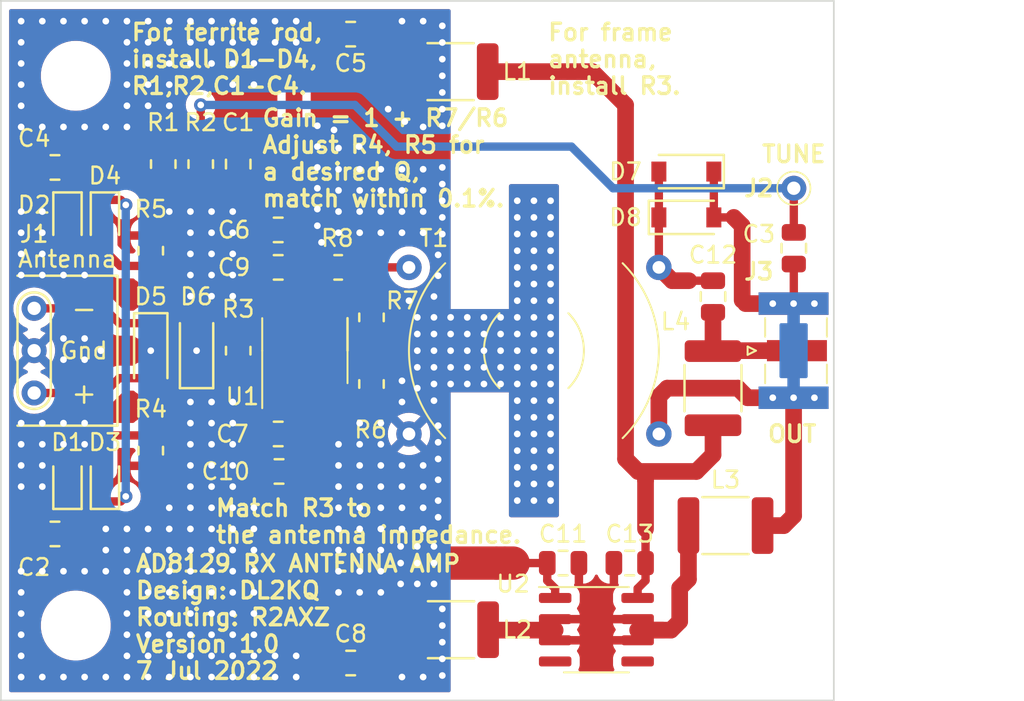
<source format=kicad_pcb>
(kicad_pcb (version 20211014) (generator pcbnew)
  (layers (0 "F.Cu" signal) (31 "B.Cu" signal) (34 "B.Paste" user) (35 "F.Paste" user) (36 "B.SilkS" user "B.Silkscreen") (37 "F.SilkS" user "F.Silkscreen") (38 "B.Mask" user) (39 "F.Mask" user) (44 "Edge.Cuts" user))
  (net 0 "")
  (net 1 "Net-(C1-Pad1)")
  (net 2 "GND")
  (net 3 "TUNE")
  (net 4 "SHLD")
  (net 5 "Net-(C2-Pad1)")
  (net 6 "Net-(C5-Pad2)")
  (net 7 "REGGND")
  (net 8 "Net-(C10-Pad2)")
  (net 9 "Net-(D1-Pad2)")
  (net 10 "Net-(D2-Pad2)")
  (net 11 "Net-(R6-Pad1)")
  (net 12 "Net-(R7-Pad2)")
  (net 13 "Net-(R8-Pad2)")
  (net 16 "Net-(C13-Pad1)")
  (net 17 "Net-(C12-Pad1)")
  (net 18 "Net-(C12-Pad2)")
  (footprint "ad8129-rx-antenna-amp:R_0805_2012Metric" (layer "F.Cu") (at 130 95.75 90)
    (fp_text reference "R5")
    (fp_text value "390k*" hide)
  )
  (footprint "ad8129-rx-antenna-amp:MountingHole_3.2mm_M3" (layer "F.Cu") (at 125.5 85.25)
    (fp_text reference "H1" hide)
    (fp_text value "M3" hide)
  )
  (footprint "ad8129-rx-antenna-amp:C_0805_2012Metric" (layer "F.Cu") (at 168.6 95.6 -90)
    (fp_text reference "C3")
    (fp_text value "100n" hide)
  )
  (footprint "ad8129-rx-antenna-amp:D_SOD-123" (layer "F.Cu") (at 162.15 91 180)
    (fp_text reference "D7")
    (fp_text value "1N4148W" hide)
  )
  (footprint "ad8129-rx-antenna-amp:R_0805_2012Metric" (layer "F.Cu") (at 130.75 90.55 -90)
    (fp_text reference "R1")
    (fp_text value "100k" hide)
  )
  (footprint "ad8129-rx-antenna-amp:C_0805_2012Metric" (layer "F.Cu") (at 154.75 114.5)
    (fp_text reference "C11")
    (fp_text value "100n" hide)
  )
  (footprint "ad8129-rx-antenna-amp:C_0805_2012Metric" (layer "F.Cu") (at 142 120.5 180)
    (fp_text reference "C8")
    (fp_text value "100n")
  )
  (footprint "ad8129-rx-antenna-amp:C_0805_2012Metric" (layer "F.Cu") (at 135.25 90.55 90)
    (fp_text reference "C1")
    (fp_text value "100n" hide)
  )
  (footprint "ad8129-rx-antenna-amp:L_1812_4532Metric_Pad1.30x3.40mm_HandSolder" (layer "F.Cu") (at 148 85)
    (fp_text reference "L1")
    (fp_text value "220uH" hide)
  )
  (footprint "ad8129-rx-antenna-amp:D_SOD-323" (layer "F.Cu") (at 125 109.75 90)
    (fp_text reference "D1")
    (fp_text value "BB640" hide)
  )
  (footprint "ad8129-rx-antenna-amp:D_SOD-323" (layer "F.Cu") (at 125 93.75 -90)
    (fp_text reference "D2")
    (fp_text value "BB640" hide)
  )
  (footprint "ad8129-rx-antenna-amp:TR-FT-50-43-1P-1S-Isolated" (layer "F.Cu") (at 153 101.75)
    (fp_text reference "T1")
    (fp_text value "Transformer_1P_1S" hide)
  )
  (footprint "ad8129-rx-antenna-amp:R_0805_2012Metric" (layer "F.Cu") (at 133 90.55 90)
    (fp_text reference "R2")
    (fp_text value "10k" hide)
  )
  (footprint "ad8129-rx-antenna-amp:C_0805_2012Metric" (layer "F.Cu") (at 137.7 109)
    (fp_text reference "C10")
    (fp_text value "100n" hide)
  )
  (footprint "ad8129-rx-antenna-amp:R_0805_2012Metric" (layer "F.Cu") (at 141.25 96.75)
    (fp_text reference "R8")
    (fp_text value "47" hide)
  )
  (footprint "ad8129-rx-antenna-amp:L_1812_4532Metric_Pad1.30x3.40mm_HandSolder" (layer "F.Cu") (at 163.75 104 90)
    (fp_text reference "L4")
    (fp_text value "220uH" hide)
  )
  (footprint "ad8129-rx-antenna-amp:MountingHole_3.2mm_M3" (layer "F.Cu") (at 125.5 118.25)
    (fp_text reference "H2" hide)
    (fp_text value "M3" hide)
  )
  (footprint "ad8129-rx-antenna-amp:SMA_Samtec_SMA-J-P-X-ST-EM1_EdgeMount" (layer "F.Cu") (at 168.5875 101.75 90)
    (fp_text reference "J3")
    (fp_text value "TRX")
  )
  (footprint "ad8129-rx-antenna-amp:C_0805_2012Metric" (layer "F.Cu") (at 137.65 94.5)
    (fp_text reference "C6")
    (fp_text value "100n" hide)
  )
  (footprint "ad8129-rx-antenna-amp:C_0805_2012Metric" (layer "F.Cu") (at 137.65 106.75 180)
    (fp_text reference "C7")
    (fp_text value "100n" hide)
  )
  (footprint "ad8129-rx-antenna-amp:C_0805_2012Metric" (layer "F.Cu") (at 163.75 98.5 -90)
    (fp_text reference "C12")
    (fp_text value "100n" hide)
  )
  (footprint "ad8129-rx-antenna-amp:D_SOD-123" (layer "F.Cu") (at 132.75 101.75 90)
    (fp_text reference "D6")
    (fp_text value "1N4148W" hide)
  )
  (footprint "ad8129-rx-antenna-amp:MountingHole_3.2mm_M3" (layer "F.Cu") (at 166.5 85.25)
    (fp_text reference "H4" hide)
    (fp_text value "M3" hide)
  )
  (footprint "ad8129-rx-antenna-amp:WirePad_1_0.8_1.5" (layer "F.Cu") (at 168.6 92)
    (fp_text reference "J2")
    (fp_text value "TUNE" hide)
  )
  (footprint "ad8129-rx-antenna-amp:R_0805_2012Metric" (layer "F.Cu") (at 135.25 101.75 90)
    (fp_text reference "R3")
    (fp_text value "620*" hide)
  )
  (footprint "ad8129-rx-antenna-amp:D_SOD-123" (layer "F.Cu") (at 162.15 93.75)
    (fp_text reference "D8")
    (fp_text value "1N4148W" hide)
  )
  (footprint "ad8129-rx-antenna-amp:MountingHole_3.2mm_M3" (layer "F.Cu") (at 166.5 118.25)
    (fp_text reference "H3" hide)
    (fp_text value "M3" hide)
  )
  (footprint "ad8129-rx-antenna-amp:C_0805_2012Metric" (layer "F.Cu") (at 124.25 112.75 180)
    (fp_text reference "C2")
    (fp_text value "100n" hide)
  )
  (footprint "ad8129-rx-antenna-amp:R_0805_2012Metric" (layer "F.Cu") (at 143.25 103.75 -90)
    (fp_text reference "R6")
    (fp_text value "33" hide)
  )
  (footprint "ad8129-rx-antenna-amp:C_0805_2012Metric" (layer "F.Cu") (at 124.25 90.75 180)
    (fp_text reference "C4")
    (fp_text value "100n" hide)
  )
  (footprint "ad8129-rx-antenna-amp:L_1812_4532Metric_Pad1.30x3.40mm_HandSolder" (layer "F.Cu") (at 164.5 112.25)
    (fp_text reference "L3")
    (fp_text value "1mH" hide)
  )
  (footprint "ad8129-rx-antenna-amp:R_0805_2012Metric" (layer "F.Cu") (at 143.25 99.75 -90)
    (fp_text reference "R7")
    (fp_text value "1k" hide)
  )
  (footprint "ad8129-rx-antenna-amp:L_1812_4532Metric_Pad1.30x3.40mm_HandSolder" (layer "F.Cu") (at 148.025 118.5 180)
    (fp_text reference "L2")
    (fp_text value "220uH" hide)
  )
  (footprint "ad8129-rx-antenna-amp:D_SOD-323" (layer "F.Cu") (at 127.25 109.75 90)
    (fp_text reference "D3")
    (fp_text value "BB640" hide)
  )
  (footprint "ad8129-rx-antenna-amp:C_0805_2012Metric" (layer "F.Cu") (at 142 82.75)
    (fp_text reference "C5")
    (fp_text value "100n" hide)
  )
  (footprint "ad8129-rx-antenna-amp:D_SOD-323" (layer "F.Cu") (at 127.25 93.75 -90)
    (fp_text reference "D4")
    (fp_text value "BB640" hide)
  )
  (footprint "ad8129-rx-antenna-amp:C_0805_2012Metric" (layer "F.Cu") (at 158.75 114.5 180)
    (fp_text reference "C13")
    (fp_text value "100n" hide)
  )
  (footprint "ad8129-rx-antenna-amp:WirePad_3_0.8_1.5" (layer "F.Cu") (at 123 101.75 180)
    (fp_text reference "J1")
    (fp_text value "ANT")
  )
  (footprint "ad8129-rx-antenna-amp:D_SOD-123" (layer "F.Cu") (at 130 101.75 -90)
    (fp_text reference "D5")
    (fp_text value "1N4148W" hide)
  )
  (footprint "ad8129-rx-antenna-amp:C_0805_2012Metric" (layer "F.Cu") (at 137.65 96.75 180)
    (fp_text reference "C9")
    (fp_text value "100n" hide)
  )
  (footprint "ad8129-rx-antenna-amp:SOIC-8_3.9x4.9mm_P1.27mm" (layer "F.Cu") (at 139.25 101.75 90)
    (fp_text reference "U1")
    (fp_text value "AD8129" hide)
  )
  (footprint "Package_SO:SOIC-8_3.9x4.9mm_P1.27mm" (layer "F.Cu") (at 156.75 118.5)
    (fp_text reference "U2")
    (fp_text value "L78L06_SO8" hide)
  )
  (footprint "ad8129-rx-antenna-amp:R_0805_2012Metric" (layer "F.Cu") (at 130 107.75 90)
    (fp_text reference "R4")
    (fp_text value "390k*" hide)
  )
  (gr_line (start 122 97.25) (end 128 97.25) (layer "F.SilkS") (width 0.15))
  (gr_line (start 128 106.25) (end 122 106.25) (layer "F.SilkS") (width 0.15))
  (gr_line (start 128 97.25) (end 128 106.25) (layer "F.SilkS") (width 0.15))
  (gr_line (start 171 80.75) (end 171 122.75) (layer "Edge.Cuts") (width 0.1))
  (gr_line (start 121 122.75) (end 121 80.75) (layer "Edge.Cuts") (width 0.1))
  (gr_line (start 171 122.75) (end 121 122.75) (layer "Edge.Cuts") (width 0.1))
  (gr_line (start 121 80.75) (end 171 80.75) (layer "Edge.Cuts") (width 0.1))
  (gr_text "For frame\nantenna,\ninstall R3.\n" (at 153.75 84.25) (layer "F.SilkS") (effects (font (size 1 1) (thickness 0.2)) (justify left)))
  (gr_text "TUNE" (at 168.6 89.95) (layer "F.SilkS") (effects (font (size 1 1) (thickness 0.2))))
  (gr_text "For ferrite rod,\ninstall D1-D4,\nR1,R2,C1-С4.\n" (at 128.75 84.25) (layer "F.SilkS") (effects (font (size 1 1) (thickness 0.2)) (justify left)))
  (gr_text "Antenna" (at 125 96.25) (layer "F.SilkS") (effects (font (size 1 1))))
  (gr_text "Gain = 1 + R7/R6\nAdjust R4, R5 for\na desired Q,\nmatch within 0.1%." (at 136.6 90.2) (layer "F.SilkS") (effects (font (size 1 1) (thickness 0.2)) (justify left)))
  (gr_text "Match R3 to \nthe antenna impedance." (at 133.8 112) (layer "F.SilkS") (effects (font (size 1 1) (thickness 0.2)) (justify left)))
  (gr_text "+" (at 126 104.29) (layer "F.SilkS") (effects (font (size 1.27 1.27))))
  (gr_text "Gnd" (at 126 101.75) (layer "F.SilkS") (effects (font (size 1 1))))
  (gr_text "OUT" (at 168.5 106.75) (layer "F.SilkS") (effects (font (size 1 1) (thickness 0.2))))
  (gr_text "AD8129 RX ANTENNA AMP\nDesign: DL2KQ\nRouting: R2AXZ\nVersion 1.0\n7 Jul 2022" (at 129 117.75) (layer "F.SilkS") (effects (font (size 1 1) (thickness 0.2)) (justify left)))
  (gr_text "-" (at 126 99.21) (layer "F.SilkS") (effects (font (size 1.27 1.27))))
  (segment (start 130.75 91.4625) (end 133 91.4625) (width 0.5) (layer "F.Cu") (net 1))
  (segment (start 135.2125 91.4625) (end 135.25 91.5) (width 0.5) (layer "F.Cu") (net 1))
  (segment (start 133 91.4625) (end 135.2125 91.4625) (width 0.5) (layer "F.Cu") (net 1))
  (segment (start 142.1625 104.6625) (end 141.725 104.225) (width 0.5) (layer "F.Cu") (net 2))
  (segment (start 136.7 94.5) (end 136.7 96.75) (width 0.5) (layer "F.Cu") (net 2))
  (segment (start 136.7 108.95) (end 136.75 109) (width 0.5) (layer "F.Cu") (net 2))
  (segment (start 136.7 106.75) (end 136.7 108.95) (width 0.5) (layer "F.Cu") (net 2))
  (segment (start 141.725 104.225) (end 141.155 104.225) (width 0.5) (layer "F.Cu") (net 2))
  (segment (start 150.75 114.5) (end 151.25 114.5) (width 2) (layer "F.Cu") (net 2))
  (segment (start 153.8 114.5) (end 151.75 114.5) (width 0.5) (layer "F.Cu") (net 2))
  (segment (start 146.75 114.5) (end 150.75 114.5) (width 2) (layer "F.Cu") (net 2))
  (segment (start 153.8 115.55) (end 154.275 116.025) (width 0.5) (layer "F.Cu") (net 2))
  (segment (start 151.25 114.5) (end 151.75 114.5) (width 2) (layer "F.Cu") (net 2))
  (segment (start 154.275 116.025) (end 154.275 116.595) (width 0.5) (layer "F.Cu") (net 2))
  (segment (start 153.8 114.5) (end 153.8 115.55) (width 0.5) (layer "F.Cu") (net 2))
  (segment (start 143.25 104.6625) (end 142.1625 104.6625) (width 0.5) (layer "F.Cu") (net 2))
  (via blind (at 134.92 95.94) (size 0.8) (drill 0.4) (layers "F.Cu" "B.Cu") (net 2))
  (via blind (at 128.57 120.07) (size 0.8) (drill 0.4) (layers "F.Cu" "B.Cu") (net 2))
  (via blind (at 153 108.75) (size 0.8) (drill 0.4) (layers "F.Cu" "B.Cu") (net 2))
  (via blind (at 123.49 121.34) (size 0.8) (drill 0.4) (layers "F.Cu" "B.Cu") (net 2))
  (via blind (at 141.27 107.37) (size 0.8) (drill 0.4) (layers "F.Cu" "B.Cu") (net 2))
  (via blind (at 131.11 81.97) (size 0.8) (drill 0.4) (layers "F.Cu" "B.Cu") (net 2))
  (via blind (at 147.25 97.25) (size 0.8) (drill 0.4) (layers "F.Cu" "B.Cu") (net 2))
  (via blind (at 126.03 102.29) (size 0.8) (drill 0.4) (layers "F.Cu" "B.Cu") (net 2))
  (via blind (at 150 99.75) (size 0.8) (drill 0.4) (layers "F.Cu" "B.Cu") (net 2))
  (via blind (at 137.46 83.24) (size 0.8) (drill 0.4) (layers "F.Cu" "B.Cu") (net 2))
  (via blind (at 122.22 107.37) (size 0.8) (drill 0.4) (layers "F.Cu" "B.Cu") (net 2))
  (via blind (at 129.84 118.8) (size 0.8) (drill 0.4) (layers "F.Cu" "B.Cu") (net 2))
  (via blind (at 127.3 114.99) (size 0.8) (drill 0.4) (layers "F.Cu" "B.Cu") (net 2))
  (via blind (at 122.22 93.4) (size 0.8) (drill 0.4) (layers "F.Cu" "B.Cu") (net 2))
  (via blind (at 143.81 107.37) (size 0.8) (drill 0.4) (layers "F.Cu" "B.Cu") (net 2))
  (via blind (at 142.54 114.99) (size 0.8) (drill 0.4) (layers "F.Cu" "B.Cu") (net 2))
  (via blind (at 132.38 120.07) (size 0.8) (drill 0.4) (layers "F.Cu" "B.Cu") (net 2))
  (via blind (at 132.38 84.51) (size 0.8) (drill 0.4) (layers "F.Cu" "B.Cu") (net 2))
  (via blind (at 132.38 107.37) (size 0.8) (drill 0.4) (layers "F.Cu" "B.Cu") (net 2))
  (via blind (at 134.92 97.21) (size 0.8) (drill 0.4) (layers "F.Cu" "B.Cu") (net 2))
  (via blind (at 153 107.75) (size 0.8) (drill 0.4) (layers "F.Cu" "B.Cu") (net 2))
  (via blind (at 123.49 108.64) (size 0.8) (drill 0.4) (layers "F.Cu" "B.Cu") (net 2))
  (via blind (at 122.22 118.8) (size 0.8) (drill 0.4) (layers "F.Cu" "B.Cu") (net 2))
  (via blind (at 128.57 112.45) (size 0.8) (drill 0.4) (layers "F.Cu" "B.Cu") (net 2))
  (via blind (at 148 103.75) (size 0.8) (drill 0.4) (layers "F.Cu" "B.Cu") (net 2))
  (via blind (at 131.11 87.05) (size 0.8) (drill 0.4) (layers "F.Cu" "B.Cu") (net 2))
  (via blind (at 132.38 106.1) (size 0.8) (drill 0.4) (layers "F.Cu" "B.Cu") (net 2))
  (via blind (at 153 104.75) (size 0.8) (drill 0.4) (layers "F.Cu" "B.Cu") (net 2))
  (via blind (at 146 104) (size 0.8) (drill 0.4) (layers "F.Cu" "B.Cu") (net 2))
  (via blind (at 132.38 98.48) (size 0.8) (drill 0.4) (layers "F.Cu" "B.Cu") (net 2))
  (via blind (at 149 103.75) (size 0.8) (drill 0.4) (layers "F.Cu" "B.Cu") (net 2))
  (via blind (at 132.38 93.4) (size 0.8) (drill 0.4) (layers "F.Cu" "B.Cu") (net 2))
  (via blind (at 147.25 107.25) (size 0.8) (drill 0.4) (layers "F.Cu" "B.Cu") (net 2))
  (via blind (at 136.19 120.07) (size 0.8) (drill 0.4) (layers "F.Cu" "B.Cu") (net 2))
  (via blind (at 124.76 107.37) (size 0.8) (drill 0.4) (layers "F.Cu" "B.Cu") (net 2))
  (via blind (at 133.65 95.94) (size 0.8) (drill 0.4) (layers "F.Cu" "B.Cu") (net 2))
  (via blind (at 133.65 111.18) (size 0.8) (drill 0.4) (layers "F.Cu" "B.Cu") (net 2))
  (via blind (at 141.27 92.13) (size 0.8) (drill 0.4) (layers "F.Cu" "B.Cu") (net 2))
  (via blind (at 141.27 111.18) (size 0.8) (drill 0.4) (layers "F.Cu" "B.Cu") (net 2))
  (via blind (at 147 101.75) (size 0.8) (drill 0.4) (layers "F.Cu" "B.Cu") (net 2))
  (via blind (at 153 98.75) (size 0.8) (drill 0.4) (layers "F.Cu" "B.Cu") (net 2))
  (via blind (at 153 94.75) (size 0.8) (drill 0.4) (layers "F.Cu" "B.Cu") (net 2))
  (via blind (at 124.76 101.02) (size 0.8) (drill 0.4) (layers "F.Cu" "B.Cu") (net 2))
  (via blind (at 131.11 93.4) (size 0.8) (drill 0.4) (layers "F.Cu" "B.Cu") (net 2))
  (via blind (at 122.22 116.26) (size 0.8) (drill 0.4) (layers "F.Cu" "B.Cu") (net 2))
  (via blind (at 145.08 92.13) (size 0.8) (drill 0.4) (layers "F.Cu" "B.Cu") (net 2))
  (via blind (at 152 101.75) (size 0.8) (drill 0.4) (layers "F.Cu" "B.Cu") (net 2))
  (via blind (at 133.65 94.67) (size 0.8) (drill 0.4) (layers "F.Cu" "B.Cu") (net 2))
  (via blind (at 131.11 121.34) (size 0.8) (drill 0.4) (layers "F.Cu" "B.Cu") (net 2))
  (via blind (at 147.5 121.25) (size 0.8) (drill 0.4) (layers "F.Cu" "B.Cu") (net 2))
  (via blind (at 141.27 116.26) (size 0.8) (drill 0.4) (layers "F.Cu" "B.Cu") (net 2))
  (via blind (at 152 95.75) (size 0.8) (drill 0.4) (layers "F.Cu" "B.Cu") (net 2))
  (via blind (at 148 101.75) (size 0.8) (drill 0.4) (layers "F.Cu" "B.Cu") (net 2))
  (via blind (at 123.49 81.97) (size 0.8) (drill 0.4) (layers "F.Cu" "B.Cu") (net 2))
  (via blind (at 150 103.75) (size 0.8) (drill 0.4) (layers "F.Cu" "B.Cu") (net 2))
  (via blind (at 122.22 108.64) (size 0.8) (drill 0.4) (layers "F.Cu" "B.Cu") (net 2))
  (via blind (at 143.81 116.26) (size 0.8) (drill 0.4) (layers "F.Cu" "B.Cu") (net 2))
  (via blind (at 147 115.75) (size 0.8) (drill 0.4) (layers "F.Cu" "B.Cu") (net 2))
  (via blind (at 128.57 87.05) (size 0.8) (drill 0.4) (layers "F.Cu" "B.Cu") (net 2))
  (via blind (at 136.19 111.18) (size 0.8) (drill 0.4) (layers "F.Cu" "B.Cu") (net 2))
  (via blind (at 134.92 121.34) (size 0.8) (drill 0.4) (layers "F.Cu" "B.Cu") (net 2))
  (via blind (at 147.5 94.75) (size 0.8) (drill 0.4) (layers "F.Cu" "B.Cu") (net 2))
  (via blind (at 150 101.75) (size 0.8) (drill 0.4) (layers "F.Cu" "B.Cu") (net 2))
  (via blind (at 141.27 90.86) (size 0.8) (drill 0.4) (layers "F.Cu" "B.Cu") (net 2))
  (via blind (at 126.03 101.02) (size 0.8) (drill 0.4) (layers "F.Cu" "B.Cu") (net 2))
  (via blind (at 147.5 93.75) (size 0.8) (drill 0.4) (layers "F.Cu" "B.Cu") (net 2))
  (via blind (at 146.35 81.97) (size 0.8) (drill 0.4) (layers "F.Cu" "B.Cu") (net 2))
  (via blind (at 128.57 114.99) (size 0.8) (drill 0.4) (layers "F.Cu" "B.Cu") (net 2))
  (via blind (at 138.73 83.24) (size 0.8) (drill 0.4) (layers "F.Cu" "B.Cu") (net 2))
  (via blind (at 136.19 112.45) (size 0.8) (drill 0.4) (layers "F.Cu" "B.Cu") (net 2))
  (via blind (at 151 102.75) (size 0.8) (drill 0.4) (layers "F.Cu" "B.Cu") (net 2))
  (via blind (at 153 101.75) (size 0.8) (drill 0.4) (layers "F.Cu" "B.Cu") (net 2))
  (via blind (at 126.03 88.32) (size 0.8) (drill 0.4) (layers "F.Cu" "B.Cu") (net 2))
  (via blind (at 152 96.75) (size 0.8) (drill 0.4) (layers "F.Cu" "B.Cu") (net 2))
  (via blind (at 131.11 117.53) (size 0.8) (drill 0.4) (layers "F.Cu" "B.Cu") (net 2))
  (via blind (at 126.03 97.21) (size 0.8) (drill 0.4) (layers "F.Cu" "B.Cu") (net 2))
  (via blind (at 134.92 117.53) (size 0.8) (drill 0.4) (layers "F.Cu" "B.Cu") (net 2))
  (via blind (at 140 92) (size 0.8) (drill 0.4) (layers "F.Cu" "B.Cu") (net 2))
  (via blind (at 132.38 95.94) (size 0.8) (drill 0.4) (layers "F.Cu" "B.Cu") (net 2))
  (via blind (at 129.84 84.51) (size 0.8) (drill 0.4) (layers "F.Cu" "B.Cu") (net 2))
  (via blind (at 122.22 84.51) (size 0.8) (drill 0.4) (layers "F.Cu" "B.Cu") (net 2))
  (via blind (at 136.19 85.78) (size 0.8) (drill 0.4) (layers "F.Cu" "B.Cu") (net 2))
  (via blind (at 128.57 88.32) (size 0.8) (drill 0.4) (layers "F.Cu" "B.Cu") (net 2))
  (via blind (at 132.38 111.18) (size 0.8) (drill 0.4) (layers "F.Cu" "B.Cu") (net 2))
  (via blind (at 132.38 97.21) (size 0.8) (drill 0.4) (layers "F.Cu" "B.Cu") (net 2))
  (via blind (at 132.38 117.53) (size 0.8) (drill 0.4) (layers "F.Cu" "B.Cu") (net 2))
  (via blind (at 124.76 97.21) (size 0.8) (drill 0.4) (layers "F.Cu" "B.Cu") (net 2))
  (via blind (at 141.27 114.99) (size 0.8) (drill 0.4) (layers "F.Cu" "B.Cu") (net 2))
  (via blind (at 136.19 83.24) (size 0.8) (drill 0.4) (layers "F.Cu" "B.Cu") (net 2))
  (via blind (at 152 108.75) (size 0.8) (drill 0.4) (layers "F.Cu" "B.Cu") (net 2))
  (via blind (at 143.81 111.18) (size 0.8) (drill 0.4) (layers "F.Cu" "B.Cu") (net 2))
  (via blind (at 142.54 94.67) (size 0.8) (drill 0.4) (layers "F.Cu" "B.Cu") (net 2))
  (via blind (at 151 100.75) (size 0.8) (drill 0.4) (layers "F.Cu" "B.Cu") (net 2))
  (via blind (at 154 104.75) (size 0.8) (drill 0.4) (layers "F.Cu" "B.Cu") (net 2))
  (via blind (at 147.25 108.25) (size 0.8) (drill 0.4) (layers "F.Cu" "B.Cu") (net 2))
  (via blind (at 126.03 106.1) (size 0.8) (drill 0.4) (layers "F.Cu" "B.Cu") (net 2))
  (via blind (at 138.73 120.07) (size 0.8) (drill 0.4) (layers "F.Cu" "B.Cu") (net 2))
  (via blind (at 133.65 112.45) (size 0.8) (drill 0.4) (layers "F.Cu" "B.Cu") (net 2))
  (via blind (at 133.65 98.48) (size 0.8) (drill 0.4) (layers "F.Cu" "B.Cu") (net 2))
  (via blind (at 147.5 120.25) (size 0.8) (drill 0.4) (layers "F.Cu" "B.Cu") (net 2))
  (via blind (at 152 107.75) (size 0.8) (drill 0.4) (layers "F.Cu" "B.Cu") (net 2))
  (via blind (at 133.65 84.51) (size 0.8) (drill 0.4) (layers "F.Cu" "B.Cu") (net 2))
  (via blind (at 136.19 81.97) (size 0.8) (drill 0.4) (layers "F.Cu" "B.Cu") (net 2))
  (via blind (at 133.65 109.91) (size 0.8) (drill 0.4) (layers "F.Cu" "B.Cu") (net 2))
  (via blind (at 152 106.75) (size 0.8) (drill 0.4) (layers "F.Cu" "B.Cu") (net 2))
  (via blind (at 142.54 106.1) (size 0.8) (drill 0.4) (layers "F.Cu" "B.Cu") (net 2))
  (via blind (at 134.92 118.8) (size 0.8) (drill 0.4) (layers "F.Cu" "B.Cu") (net 2))
  (via blind (at 154 94.75) (size 0.8) (drill 0.4) (layers "F.Cu" "B.Cu") (net 2))
  (via blind (at 132.38 114.99) (size 0.8) (drill 0.4) (layers "F.Cu" "B.Cu") (net 2))
  (via blind (at 134.92 94.67) (size 0.8) (drill 0.4) (layers "F.Cu" "B.Cu") (net 2))
  (via blind (at 124.76 81.97) (size 0.8) (drill 0.4) (layers "F.Cu" "B.Cu") (net 2))
  (via blind (at 145.08 109.91) (size 0.8) (drill 0.4) (layers "F.Cu" "B.Cu") (net 2))
  (via blind (at 122.22 87.05) (size 0.8) (drill 0.4) (layers "F.Cu" "B.Cu") (net 2))
  (via blind (at 146.35 109.91) (size 0.8) (drill 0.4) (layers "F.Cu" "B.Cu") (net 2))
  (via blind (at 146.35 112.45) (size 0.8) (drill 0.4) (layers "F.Cu" "B.Cu") (net 2))
  (via blind (at 154 92.75) (size 0.8) (drill 0.4) (layers "F.Cu" "B.Cu") (net 2))
  (via blind (at 133.65 83.24) (size 0.8) (drill 0.4) (layers "F.Cu" "B.Cu") (net 2))
  (via blind (at 147.5 84.25) (size 0.8) (drill 0.4) (layers "F.Cu" "B.Cu") (net 2))
  (via blind (at 148 99.75) (size 0.8) (drill 0.4) (layers "F.Cu" "B.Cu") (net 2))
  (via blind (at 134.92 112.45) (size 0.8) (drill 0.4) (layers "F.Cu" "B.Cu") (net 2))
  (via blind (at 128.57 118.8) (size 0.8) (drill 0.4) (layers "F.Cu" "B.Cu") (net 2))
  (via blind (at 147 103.75) (size 0.8) (drill 0.4) (layers "F.Cu" "B.Cu") (net 2))
  (via blind (at 147 100.75) (size 0.8) (drill 0.4) (layers "F.Cu" "B.Cu") (net 2))
  (via blind (at 145 115.75) (size 0.8) (drill 0.4) (layers "F.Cu" "B.Cu") (net 2))
  (via blind (at 146.35 90.86) (size 0.8) (drill 0.4) (layers "F.Cu" "B.Cu") (net 2))
  (via blind (at 143.81 93.4) (size 0.8) (drill 0.4) (layers "F.Cu" "B.Cu") (net 2))
  (via blind (at 145 114.5) (size 0.8) (drill 0.4) (layers "F.Cu" "B.Cu") (net 2))
  (via blind (at 143.81 114.99) (size 0.8) (drill 0.4) (layers "F.Cu" "B.Cu") (net 2))
  (via blind (at 129.84 83.24) (size 0.8) (drill 0.4) (layers "F.Cu" "B.Cu") (net 2))
  (via blind (at 143.81 112.45) (size 0.8) (drill 0.4) (layers "F.Cu" "B.Cu") (net 2))
  (via blind (at 136.19 113.72) (size 0.8) (drill 0.4) (layers "F.Cu" "B.Cu") (net 2))
  (via blind (at 129.84 87.05) (size 0.8) (drill 0.4) (layers "F.Cu" "B.Cu") (net 2))
  (via blind (at 133.65 121.34) (size 0.8) (drill 0.4) (layers "F.Cu" "B.Cu") (net 2))
  (via blind (at 145.08 90.86) (size 0.8) (drill 0.4) (layers "F.Cu" "B.Cu") (net 2))
  (via blind (at 146.35 93.4) (size 0.8) (drill 0.4) (layers "F.Cu" "B.Cu") (net 2))
  (via blind (at 154 105.75) (size 0.8) (drill 0.4) (layers "F.Cu" "B.Cu") (net 2))
  (via blind (at 153 110.75) (size 0.8) (drill 0.4) (layers "F.Cu" "B.Cu") (net 2))
  (via blind (at 133.65 108.64) (size 0.8) (drill 0.4) (layers "F.Cu" "B.Cu") (net 2))
  (via blind (at 146 102.75) (size 0.8) (drill 0.4) (layers "F.Cu" "B.Cu") (net 2))
  (via blind (at 141.27 108.64) (size 0.8) (drill 0.4) (layers "F.Cu" "B.Cu") (net 2))
  (via blind (at 142.54 113.72) (size 0.8) (drill 0.4) (layers "F.Cu" "B.Cu") (net 2))
  (via blind (at 129.84 121.34) (size 0.8) (drill 0.4) (layers "F.Cu" "B.Cu") (net 2))
  (via blind (at 136.19 117.53) (size 0.8) (drill 0.4) (layers "F.Cu" "B.Cu") (net 2))
  (via blind (at 145.25 88) (size 0.8) (drill 0.4) (layers "F.Cu" "B.Cu") (net 2))
  (via blind (at 127.3 121.34) (size 0.8) (drill 0.4) (layers "F.Cu" "B.Cu") (net 2))
  (via blind (at 153 100.75) (size 0.8) (drill 0.4) (layers "F.Cu" "B.Cu") (net 2))
  (via blind (at 147 113.5) (size 0.8) (drill 0.4) (layers "F.Cu" "B.Cu") (net 2))
  (via blind (at 134.92 107.37) (size 0.8) (drill 0.4) (layers "F.Cu" "B.Cu") (net 2))
  (via blind (at 129.84 120.07) (size 0.8) (drill 0.4) (layers "F.Cu" "B.Cu") (net 2))
  (via blind (at 133.65 117.53) (size 0.8) (drill 0.4) (layers "F.Cu" "B.Cu") (net 2))
  (via blind (at 127.3 88.32) (size 0.8) (drill 0.4) (layers "F.Cu" "B.Cu") (net 2))
  (via blind (at 147.5 86.25) (size 0.8) (drill 0.4) (layers "F.Cu" "B.Cu") (net 2))
  (via blind (at 143.81 94.67) (size 0.8) (drill 0.4) (layers "F.Cu" "B.Cu") (net 2))
  (via blind (at 131.11 112.45) (size 0.8) (drill 0.4) (layers "F.Cu" "B.Cu") (net 2))
  (via blind (at 142.54 116.26) (size 0.8) (drill 0.4) (layers "F.Cu" "B.Cu") (net 2))
  (via blind (at 128.57 117.53) (size 0.8) (drill 0.4) (layers "F.Cu" "B.Cu") (net 2))
  (via blind (at 140 93.25) (size 0.8) (drill 0.4) (layers "F.Cu" "B.Cu") (net 2))
  (via blind (at 154 109.75) (size 0.8) (drill 0.4) (layers "F.Cu" "B.Cu") (net 2))
  (via blind (at 131.11 113.72) (size 0.8) (drill 0.4) (layers "F.Cu" "B.Cu") (net 2))
  (via blind (at 147.5 118.25) (size 0.8) (drill 0.4) (layers "F.Cu" "B.Cu") (net 2))
  (via blind (at 147.5 119.25) (size 0.8) (drill 0.4) (layers "F.Cu" "B.Cu") (net 2))
  (via blind (at 126.03 114.99) (size 0.8) (drill 0.4) (layers "F.Cu" "B.Cu") (net 2))
  (via blind (at 154 99.75) (size 0.8) (drill 0.4) (layers "F.Cu" "B.Cu") (net 2))
  (via blind (at 142.54 90.86) (size 0.8) (drill 0.4) (layers "F.Cu" "B.Cu") (net 2))
  (via blind (at 147.5 92.75) (size 0.8) (drill 0.4) (layers "F.Cu" "B.Cu") (net 2))
  (via blind (at 133.65 93.4) (size 0.8) (drill 0.4) (layers "F.Cu" "B.Cu") (net 2))
  (via blind (at 122.22 81.97) (size 0.8) (drill 0.4) (layers "F.Cu" "B.Cu") (net 2))
  (via blind (at 150 100.75) (size 0.8) (drill 0.4) (layers "F.Cu" "B.Cu") (net 2))
  (via blind (at 122.22 97.21) (size 0.8) (drill 0.4) (layers "F.Cu" "B.Cu") (net 2))
  (via blind (at 149 101.75) (size 0.8) (drill 0.4) (layers "F.Cu" "B.Cu") (net 2))
  (via blind (at 140 90.75) (size 0.8) (drill 0.4) (layers "F.Cu" "B.Cu") (net 2))
  (via blind (at 136.19 114.99) (size 0.8) (drill 0.4) (layers "F.Cu" "B.Cu") (net 2))
  (via blind (at 123.49 95.94) (size 0.8) (drill 0.4) (layers "F.Cu" "B.Cu") (net 2))
  (via blind (at 142.54 112.45) (size 0.8) (drill 0.4) (layers "F.Cu" "B.Cu") (net 2))
  (via blind (at 153 106.75) (size 0.8) (drill 0.4) (layers "F.Cu" "B.Cu") (net 2))
  (via blind (at 133.65 116.26) (size 0.8) (drill 0.4) (layers "F.Cu" "B.Cu") (net 2))
  (via blind (at 122.22 109.91) (size 0.8) (drill 0.4) (layers "F.Cu" "B.Cu") (net 2))
  (via blind (at 131.11 114.99) (size 0.8) (drill 0.4) (layers "F.Cu" "B.Cu") (net 2))
  (via blind (at 122.22 121.34) (size 0.8) (drill 0.4) (layers "F.Cu" "B.Cu") (net 2))
  (via blind (at 134.92 120.07) (size 0.8) (drill 0.4) (layers "F.Cu" "B.Cu") (net 2))
  (via blind (at 126.03 81.97) (size 0.8) (drill 0.4) (layers "F.Cu" "B.Cu") (net 2))
  (via blind (at 146 101.75) (size 0.8) (drill 0.4) (layers "F.Cu" "B.Cu") (net 2))
  (via blind (at 146.35 121.34) (size 0.8) (drill 0.4) (layers "F.Cu" "B.Cu") (net 2))
  (via blind (at 136.19 116.26) (size 0.8) (drill 0.4) (layers "F.Cu" "B.Cu") (net 2))
  (via blind (at 122.22 83.24) (size 0.8) (drill 0.4) (layers "F.Cu" "B.Cu") (net 2))
  (via blind (at 134.92 85.78) (size 0.8) (drill 0.4) (layers "F.Cu" "B.Cu") (net 2))
  (via blind (at 147 104.75) (size 0.8) (drill 0.4) (layers "F.Cu" "B.Cu") (net 2))
  (via blind (at 154 102.75) (size 0.8) (drill 0.4) (layers "F.Cu" "B.Cu") (net 2))
  (via blind (at 136.19 84.51) (size 0.8) (drill 0.4) (layers "F.Cu" "B.Cu") (net 2))
  (via blind (at 132.38 108.64) (size 0.8) (drill 0.4) (layers "F.Cu" "B.Cu") (net 2))
  (via blind (at 131.11 85.78) (size 0.8) (drill 0.4) (layers "F.Cu" "B.Cu") (net 2))
  (via blind (at 154 108.75) (size 0.8) (drill 0.4) (layers "F.Cu" "B.Cu") (net 2))
  (via blind (at 141.27 113.72) (size 0.8) (drill 0.4) (layers "F.Cu" "B.Cu") (net 2))
  (via blind (at 128.57 81.97) (size 0.8) (drill 0.4) (layers "F.Cu" "B.Cu") (net 2))
  (via blind (at 122.22 117.53) (size 0.8) (drill 0.4) (layers "F.Cu" "B.Cu") (net 2))
  (via blind (at 145.08 93.4) (size 0.8) (drill 0.4) (layers "F.Cu" "B.Cu") (net 2))
  (via blind (at 146.35 108.64) (size 0.8) (drill 0.4) (layers "F.Cu" "B.Cu") (net 2))
  (via blind (at 147 102.75) (size 0.8) (drill 0.4) (layers "F.Cu" "B.Cu") (net 2))
  (via blind (at 147.25 111.75) (size 0.8) (drill 0.4) (layers "F.Cu" "B.Cu") (net 2))
  (via blind (at 141.27 109.91) (size 0.8) (drill 0.4) (layers "F.Cu" "B.Cu") (net 2))
  (via blind (at 138.73 121.34) (size 0.8) (drill 0.4) (layers "F.Cu" "B.Cu") (net 2))
  (via blind (at 124.76 88.32) (size 0.8) (drill 0.4) (layers "F.Cu" "B.Cu") (net 2))
  (via blind (at 133.65 81.97) (size 0.8) (drill 0.4) (layers "F.Cu" "B.Cu") (net 2))
  (via blind (at 142.54 109.91) (size 0.8) (drill 0.4) (layers "F.Cu" "B.Cu") (net 2))
  (via blind (at 153 96.75) (size 0.8) (drill 0.4) (layers "F.Cu" "B.Cu") (net 2))
  (via blind (at 143.81 92.13) (size 0.8) (drill 0.4) (layers "F.Cu" "B.Cu") (net 2))
  (via blind (at 129.84 113.72) (size 0.8) (drill 0.4) (layers "F.Cu" "B.Cu") (net 2))
  (via blind (at 153 92.75) (size 0.8) (drill 0.4) (layers "F.Cu" "B.Cu") (net 2))
  (via blind (at 154 107.75) (size 0.8) (drill 0.4) (layers "F.Cu" "B.Cu") (net 2))
  (via blind (at 129.84 114.99) (size 0.8) (drill 0.4) (layers "F.Cu" "B.Cu") (net 2))
  (via blind (at 132.38 112.45) (size 0.8) (drill 0.4) (layers "F.Cu" "B.Cu") (net 2))
  (via blind (at 151 99.75) (size 0.8) (drill 0.4) (layers "F.Cu" "B.Cu") (net 2))
  (via blind (at 134.92 108.64) (size 0.8) (drill 0.4) (layers "F.Cu" "B.Cu") (net 2))
  (via blind (at 147.5 117.25) (size 0.8) (drill 0.4) (layers "F.Cu" "B.Cu") (net 2))
  (via blind (at 144.25 87.25) (size 0.8) (drill 0.4) (layers "F.Cu" "B.Cu") (net 2))
  (via blind (at 147 114.5) (size 0.8) (drill 0.4) (layers "F.Cu" "B.Cu") (net 2))
  (via blind (at 128.57 85.78) (size 0.8) (drill 0.4) (layers "F.Cu" "B.Cu") (net 2))
  (via blind (at 147 99.75) (size 0.8) (drill 0.4) (layers "F.Cu" "B.Cu") (net 2))
  (via blind (at 133.65 97.21) (size 0.8) (drill 0.4) (layers "F.Cu" "B.Cu") (net 2))
  (via blind (at 154 100.75) (size 0.8) (drill 0.4) (layers "F.Cu" "B.Cu") (net 2))
  (via blind (at 132.38 116.26) (size 0.8) (drill 0.4) (layers "F.Cu" "B.Cu") (net 2))
  (via blind (at 130 101.75) (size 0.8) (drill 0.4) (layers "F.Cu" "B.Cu") (net 2))
  (via blind (at 133.65 113.72) (size 0.8) (drill 0.4) (layers "F.Cu" "B.Cu") (net 2))
  (via blind (at 152 102.75) (size 0.8) (drill 0.4) (layers "F.Cu" "B.Cu") (net 2))
  (via blind (at 131.11 111.18) (size 0.8) (drill 0.4) (layers "F.Cu" "B.Cu") (net 2))
  (via blind (at 132.75 101.75) (size 0.8) (drill 0.4) (layers "F.Cu" "B.Cu") (net 2))
  (via blind (at 154 101.75) (size 0.8) (drill 0.4) (layers "F.Cu" "B.Cu") (net 2))
  (via blind (at 134.92 106.1) (size 0.8) (drill 0.4) (layers "F.Cu" "B.Cu") (net 2))
  (via blind (at 134.92 83.24) (size 0.8) (drill 0.4) (layers "F.Cu" "B.Cu") (net 2))
  (via blind (at 151 101.75) (size 0.8) (drill 0.4) (layers "F.Cu" "B.Cu") (net 2))
  (via blind (at 122.22 114.99) (size 0.8) (drill 0.4) (layers "F.Cu" "B.Cu") (net 2))
  (via blind (at 147.5 88.25) (size 0.8) (drill 0.4) (layers "F.Cu" "B.Cu") (net 2))
  (via blind (at 152 97.75) (size 0.8) (drill 0.4) (layers "F.Cu" "B.Cu") (net 2))
  (via blind (at 153 97.75) (size 0.8) (drill 0.4) (layers "F.Cu" "B.Cu") (net 2))
  (via blind (at 153 95.75) (size 0.8) (drill 0.4) (layers "F.Cu" "B.Cu") (net 2))
  (via blind (at 128.57 121.34) (size 0.8) (drill 0.4) (layers "F.Cu" "B.Cu") (net 2))
  (via blind (at 147.5 82.25) (size 0.8) (drill 0.4) (layers "F.Cu" "B.Cu") (net 2))
  (via blind (at 142.54 92.13) (size 0.8) (drill 0.4) (layers "F.Cu" "B.Cu") (net 2))
  (via blind (at 134.92 93.4) (size 0.8) (drill 0.4) (layers "F.Cu" "B.Cu") (net 2))
  (via blind (at 147.5 91.75) (size 0.8) (drill 0.4) (layers "F.Cu" "B.Cu") (net 2))
  (via blind (at 152 104.75) (size 0.8) (drill 0.4) (layers "F.Cu" "B.Cu") (net 2))
  (via blind (at 147.25 110.75) (size 0.8) (drill 0.4) (layers "F.Cu" "B.Cu") (net 2))
  (via blind (at 133.65 106.1) (size 0.8) (drill 0.4) (layers "F.Cu" "B.Cu") (net 2))
  (via blind (at 146.35 111.18) (size 0.8) (drill 0.4) (layers "F.Cu" "B.Cu") (net 2))
  (via blind (at 124.76 106.1) (size 0.8) (drill 0.4) (layers "F.Cu" "B.Cu") (net 2))
  (via blind (at 122.22 94.67) (size 0.8) (drill 0.4) (layers "F.Cu" "B.Cu") (net 2))
  (via blind (at 127 101.75) (size 0.8) (drill 0.4) (layers "F.Cu" "B.Cu") (net 2))
  (via blind (at 134.92 84.51) (size 0.8) (drill 0.4) (layers "F.Cu" "B.Cu") (net 2))
  (via blind (at 132.38 83.24) (size 0.8) (drill 0.4) (layers "F.Cu" "B.Cu") (net 2))
  (via blind (at 123.49 93.4) (size 0.8) (drill 0.4) (layers "F.Cu" "B.Cu") (net 2))
  (via blind (at 124.76 102.29) (size 0.8) (drill 0.4) (layers "F.Cu" "B.Cu") (net 2))
  (via blind (at 154 96.75) (size 0.8) (drill 0.4) (layers "F.Cu" "B.Cu") (net 2))
  (via blind (at 152 98.75) (size 0.8) (drill 0.4) (layers "F.Cu" "B.Cu") (net 2))
  (via blind (at 152 93.75) (size 0.8) (drill 0.4) (layers "F.Cu" "B.Cu") (net 2))
  (via blind (at 145.08 103.56) (size 0.8) (drill 0.4) (layers "F.Cu" "B.Cu") (net 2))
  (via blind (at 132.38 104.83) (size 0.8) (drill 0.4) (layers "F.Cu" "B.Cu") (net 2))
  (via blind (at 152 94.75) (size 0.8) (drill 0.4) (layers "F.Cu" "B.Cu") (net 2))
  (via blind (at 123.49 94.67) (size 0.8) (drill 0.4) (layers "F.Cu" "B.Cu") (net 2))
  (via blind (at 142.54 108.64) (size 0.8) (drill 0.4) (layers "F.Cu" "B.Cu") (net 2))
  (via blind (at 126.03 107.37) (size 0.8) (drill 0.4) (layers "F.Cu" "B.Cu") (net 2))
  (via blind (at 137.46 120.07) (size 0.8) (drill 0.4) (layers "F.Cu" "B.Cu") (net 2))
  (via blind (at 128.57 116.26) (size 0.8) (drill 0.4) (layers "F.Cu" "B.Cu") (net 2))
  (via blind (at 142.54 111.18) (size 0.8) (drill 0.4) (layers "F.Cu" "B.Cu") (net 2))
  (via blind (at 145.08 108.64) (size 0.8) (drill 0.4) (layers "F.Cu" "B.Cu") (net 2))
  (via blind (at 152 105.75) (size 0.8) (drill 0.4) (layers "F.Cu" "B.Cu") (net 2))
  (via blind (at 127.3 112.45) (size 0.8) (drill 0.4) (layers "F.Cu" "B.Cu") (net 2))
  (via blind (at 152 103.75) (size 0.8) (drill 0.4) (layers "F.Cu" "B.Cu") (net 2))
  (via blind (at 145.08 94.67) (size 0.8) (drill 0.4) (layers "F.Cu" "B.Cu") (net 2))
  (via blind (at 146.35 88.32) (size 0.8) (drill 0.4) (layers "F.Cu" "B.Cu") (net 2))
  (via blind (at 154 106.75) (size 0.8) (drill 0.4) (layers "F.Cu" "B.Cu") (net 2))
  (via blind (at 134.92 98.48) (size 0.8) (drill 0.4) (layers "F.Cu" "B.Cu") (net 2))
  (via blind (at 131.11 116.26) (size 0.8) (drill 0.4) (layers "F.Cu" "B.Cu") (net 2))
  (via blind (at 123.49 97.21) (size 0.8) (drill 0.4) (layers "F.Cu" "B.Cu") (net 2))
  (via blind (at 148 102.75) (size 0.8) (drill 0.4) (layers "F.Cu" "B.Cu") (net 2))
  (via blind (at 154 110.75) (size 0.8) (drill 0.4) (layers "F.Cu" "B.Cu") (net 2))
  (via blind (at 133.65 114.99) (size 0.8) (drill 0.4) (layers "F.Cu" "B.Cu") (net 2))
  (via blind (at 141 88.5) (size 0.8) (drill 0.4) (layers "F.Cu" "B.Cu") (net 2))
  (via blind (at 151 103.75) (size 0.8) (drill 0.4) (layers "F.Cu" "B.Cu") (net 2))
  (via blind (at 141.27 112.45) (size 0.8) (drill 0.4) (layers "F.Cu" "B.Cu") (net 2))
  (via blind (at 146 113.5) (size 0.8) (drill 0.4) (layers "F.Cu" "B.Cu") (net 2))
  (via blind (at 154 95.75) (size 0.8) (drill 0.4) (layers "F.Cu" "B.Cu") (net 2))
  (via blind (at 147.25 106.25) (size 0.8) (drill 0.4) (layers "F.Cu" "B.Cu") (net 2))
  (via blind (at 154 98.75) (size 0.8) (drill 0.4) (layers "F.Cu" "B.Cu") (net 2))
  (via blind (at 147.5 85.25) (size 0.8) (drill 0.4) (layers "F.Cu" "B.Cu") (net 2))
  (via blind (at 122.22 85.78) (size 0.8) (drill 0.4) (layers "F.Cu" "B.Cu") (net 2))
  (via blind (at 152 99.75) (size 0.8) (drill 0.4) (layers "F.Cu" "B.Cu") (net 2))
  (via blind (at 137.46 121.34) (size 0.8) (drill 0.4) (layers "F.Cu" "B.Cu") (net 2))
  (via blind (at 123.49 88.32) (size 0.8) (drill 0.4) (layers "F.Cu" "B.Cu") (net 2))
  (via blind (at 149 100.75) (size 0.8) (drill 0.4) (layers "F.Cu" "B.Cu") (net 2))
  (via blind (at 153 99.75) (size 0.8) (drill 0.4) (layers "F.Cu" "B.Cu") (net 2))
  (via blind (at 131.11 84.51) (size 0.8) (drill 0.4) (layers "F.Cu" "B.Cu") (net 2))
  (via blind (at 142.54 107.37) (size 0.8) (drill 0.4) (layers "F.Cu" "B.Cu") (net 2))
  (via blind (at 146 100.75) (size 0.8) (drill 0.4) (layers "F.Cu" "B.Cu") (net 2))
  (via blind (at 147 98.5) (size 0.8) (drill 0.4) (layers "F.Cu" "B.Cu") (net 2))
  (via blind (at 133.65 104.83) (size 0.8) (drill 0.4) (layers "F.Cu" "B.Cu") (net 2))
  (via blind (at 138.73 81.97) (size 0.8) (drill 0.4) (layers "F.Cu" "B.Cu") (net 2))
  (via blind (at 145.08 121.34) (size 0.8) (drill 0.4) (layers "F.Cu" "B.Cu") (net 2))
  (via blind (at 123.49 114.99) (size 0.8) (drill 0.4) (layers "F.Cu" "B.Cu") (net 2))
  (via blind (at 123.49 109.91) (size 0.8) (drill 0.4) (layers "F.Cu" "B.Cu") (net 2))
  (via blind (at 133.65 107.37) (size 0.8) (drill 0.4) (layers "F.Cu" "B.Cu") (net 2))
  (via blind (at 140.25 95.25) (size 0.8) (drill 0.4) (layers "F.Cu" "B.Cu") (net 2))
  (via blind (at 132.38 81.97) (size 0.8) (drill 0.4) (layers "F.Cu" "B.Cu") (net 2))
  (via blind (at 152 92.75) (size 0.8) (drill 0.4) (layers "F.Cu" "B.Cu") (net 2))
  (via blind (at 134.92 81.97) (size 0.8) (drill 0.4) (layers "F.Cu" "B.Cu") (net 2))
  (via blind (at 153 102.75) (size 0.8) (drill 0.4) (layers "F.Cu" "B.Cu") (net 2))
  (via blind (at 128.57 113.72) (size 0.8) (drill 0.4) (layers "F.Cu" "B.Cu") (net 2))
  (via blind (at 122.22 95.94) (size 0.8) (drill 0.4) (layers "F.Cu" "B.Cu") (net 2))
  (via blind (at 153 105.75) (size 0.8) (drill 0.4) (layers "F.Cu" "B.Cu") (net 2))
  (via blind (at 140 89.5) (size 0.8) (drill 0.4) (layers "F.Cu" "B.Cu") (net 2))
  (via blind (at 134.92 114.99) (size 0.8) (drill 0.4) (layers "F.Cu" "B.Cu") (net 2))
  (via blind (at 142.54 93.4) (size 0.8) (drill 0.4) (layers "F.Cu" "B.Cu") (net 2))
  (via blind (at 147.5 83.25) (size 0.8) (drill 0.4) (layers "F.Cu" "B.Cu") (net 2))
  (via blind (at 127.3 113.72) (size 0.8) (drill 0.4) (layers "F.Cu" "B.Cu") (net 2))
  (via blind (at 124.76 114.99) (size 0.8) (drill 0.4) (layers "F.Cu" "B.Cu") (net 2))
  (via blind (at 147.5 90.75) (size 0.8) (drill 0.4) (layers "F.Cu" "B.Cu") (net 2))
  (via blind (at 153 109.75) (size 0.8) (drill 0.4) (layers "F.Cu" "B.Cu") (net 2))
  (via blind (at 145.5 98.75) (size 0.8) (drill 0.4) (layers "F.Cu" "B.Cu") (net 2))
  (via blind (at 131.11 120.07) (size 0.8) (drill 0.4) (layers "F.Cu" "B.Cu") (net 2))
  (via blind (at 147.25 96) (size 0.8) (drill 0.4) (layers "F.Cu" "B.Cu") (net 2))
  (via blind (at 153 93.75) (size 0.8) (drill 0.4) (layers "F.Cu" "B.Cu") (net 2))
  (via blind (at 146 99.75) (size 0.8) (drill 0.4) (layers "F.Cu" "B.Cu") (net 2))
  (via blind (at 146 114.5) (size 0.8) (drill 0.4) (layers "F.Cu" "B.Cu") (net 2))
  (via blind (at 150 102.75) (size 0.8) (drill 0.4) (layers "F.Cu" "B.Cu") (net 2))
  (via blind (at 141.27 89.59) (size 0.8) (drill 0.4) (layers "F.Cu" "B.Cu") (net 2))
  (via blind (at 152 110.75) (size 0.8) (drill 0.4) (layers "F.Cu" "B.Cu") (net 2))
  (via blind (at 141.27 93.4) (size 0.8) (drill 0.4) (layers "F.Cu" "B.Cu") (net 2))
  (via blind (at 131.11 83.24) (size 0.8) (drill 0.4) (layers "F.Cu" "B.Cu") (net 2))
  (via blind (at 154 103.75) (size 0.8) (drill 0.4) (layers "F.Cu" "B.Cu") (net 2))
  (via blind (at 152 100.75) (size 0.8) (drill 0.4) (layers "F.Cu" "B.Cu") (net 2))
  (via blind (at 149 99.75) (size 0.8) (drill 0.4) (layers "F.Cu" "B.Cu") (net 2))
  (via blind (at 124.76 121.34) (size 0.8) (drill 0.4) (layers "F.Cu" "B.Cu") (net 2))
  (via blind (at 145.08 111.18) (size 0.8) (drill 0.4) (layers "F.Cu" "B.Cu") (net 2))
  (via blind (at 131.11 118.8) (size 0.8) (drill 0.4) (layers "F.Cu" "B.Cu") (net 2))
  (via blind (at 148 100.75) (size 0.8) (drill 0.4) (layers "F.Cu" "B.Cu") (net 2))
  (via blind (at 132.38 113.72) (size 0.8) (drill 0.4) (layers "F.Cu" "B.Cu") (net 2))
  (via blind (at 134.92 109.91) (size 0.8) (drill 0.4) (layers "F.Cu" "B.Cu") (net 2))
  (via blind (at 129.84 81.97) (size 0.8) (drill 0.4) (layers "F.Cu" "B.Cu") (net 2))
  (via blind (at 143.81 109.91) (size 0.8) (drill 0.4) (layers "F.Cu" "B.Cu") (net 2))
  (via blind (at 143.81 106.1) (size 0.8) (drill 0.4) (layers "F.Cu" "B.Cu") (net 2))
  (via blind (at 140 94.25) (size 0.8) (drill 0.4) (layers "F.Cu" "B.Cu") (net 2))
  (via blind (at 146 115.75) (size 0.8) (drill 0.4) (layers "F.Cu" "B.Cu") (net 2))
  (via blind (at 143.81 113.72) (size 0.8) (drill 0.4) (layers "F.Cu" "B.Cu") (net 2))
  (via blind (at 145.08 112.45) (size 0.8) (drill 0.4) (layers "F.Cu" "B.Cu") (net 2))
  (via blind (at 132.38 94.67) (size 0.8) (drill 0.4) (layers "F.Cu" "B.Cu") (net 2))
  (via blind (at 129.84 117.53) (size 0.8) (drill 0.4) (layers "F.Cu" "B.Cu") (net 2))
  (via blind (at 147.5 87.25) (size 0.8) (drill 0.4) (layers "F.Cu" "B.Cu") (net 2))
  (via blind (at 134.92 116.26) (size 0.8) (drill 0.4) (layers "F.Cu" "B.Cu") (net 2))
  (via blind (at 129.84 112.45) (size 0.8) (drill 0.4) (layers "F.Cu" "B.Cu") (net 2))
  (via blind (at 129.84 116.26) (size 0.8) (drill 0.4) (layers "F.Cu" "B.Cu") (net 2))
  (via blind (at 133.65 118.8) (size 0.8) (drill 0.4) (layers "F.Cu" "B.Cu") (net 2))
  (via blind (at 122.22 106.1) (size 0.8) (drill 0.4) (layers "F.Cu" "B.Cu") (net 2))
  (via blind (at 132.38 109.91) (size 0.8) (drill 0.4) (layers "F.Cu" "B.Cu") (net 2))
  (via blind (at 145.08 81.97) (size 0.8) (drill 0.4) (layers "F.Cu" "B.Cu") (net 2))
  (via blind (at 146.35 92.13) (size 0.8) (drill 0.4) (layers "F.Cu" "B.Cu") (net 2))
  (via blind (at 154 97.75) (size 0.8) (drill 0.4) (layers "F.Cu" "B.Cu") (net 2))
  (via blind (at 122.22 88.32) (size 0.8) (drill 0.4) (layers "F.Cu" "B.Cu") (net 2))
  (via blind (at 127.3 81.97) (size 0.8) (drill 0.4) (layers "F.Cu" "B.Cu") (net 2))
  (via blind (at 140 88.25) (size 0.8) (drill 0.4) (layers "F.Cu" "B.Cu") (net 2))
  (via blind (at 123.49 106.1) (size 0.8) (drill 0.4) (layers "F.Cu" "B.Cu") (net 2))
  (via blind (at 142.5 89.5) (size 0.8) (drill 0.4) (layers "F.Cu" "B.Cu") (net 2))
  (via blind (at 129.84 85.78) (size 0.8) (drill 0.4) (layers "F.Cu" "B.Cu") (net 2))
  (via blind (at 123.49 107.37) (size 0.8) (drill 0.4) (layers "F.Cu" "B.Cu") (net 2))
  (via blind (at 143.81 108.64) (size 0.8) (drill 0.4) (layers "F.Cu" "B.Cu") (net 2))
  (via blind (at 154 93.75) (size 0.8) (drill 0.4) (layers "F.Cu" "B.Cu") (net 2))
  (via blind (at 122.22 120.07) (size 0.8) (drill 0.4) (layers "F.Cu" "B.Cu") (net 2))
  (via blind (at 134.92 104.83) (size 0.8) (drill 0.4) (layers "F.Cu" "B.Cu") (net 2))
  (via blind (at 149 102.75) (size 0.8) (drill 0.4) (layers "F.Cu" "B.Cu") (net 2))
  (via blind (at 146.35 94.67) (size 0.8) (drill 0.4) (layers "F.Cu" "B.Cu") (net 2))
  (via blind (at 143.81 90.86) (size 0.8) (drill 0.4) (layers "F.Cu" "B.Cu") (net 2))
  (via blind (at 132.38 121.34) (size 0.8) (drill 0.4) (layers "F.Cu" "B.Cu") (net 2))
  (via blind (at 147.25 109.5) (size 0.8) (drill 0.4) (layers "F.Cu" "B.Cu") (net 2))
  (via blind (at 136.19 118.8) (size 0.8) (drill 0.4) (layers "F.Cu" "B.Cu") (net 2))
  (via blind (at 152 109.75) (size 0.8) (drill 0.4) (layers "F.Cu" "B.Cu") (net 2))
  (via blind (at 145 113.5) (size 0.8) (drill 0.4) (layers "F.Cu" "B.Cu") (net 2))
  (via blind (at 145.08 104.83) (size 0.8) (drill 0.4) (layers "F.Cu" "B.Cu") (net 2))
  (via blind (at 134.92 111.18) (size 0.8) (drill 0.4) (layers "F.Cu" "B.Cu") (net 2))
  (via blind (at 128.57 84.51) (size 0.8) (drill 0.4) (layers "F.Cu" "B.Cu") (net 2))
  (via blind (at 136.19 121.34) (size 0.8) (drill 0.4) (layers "F.Cu" "B.Cu") (net 2))
  (via blind (at 133.65 120.07) (size 0.8) (drill 0.4) (layers "F.Cu" "B.Cu") (net 2))
  (via blind (at 137.46 81.97) (size 0.8) (drill 0.4) (layers "F.Cu" "B.Cu") (net 2))
  (via blind (at 141.27 94.67) (size 0.8) (drill 0.4) (layers "F.Cu" "B.Cu") (net 2))
  (via blind (at 132.38 118.8) (size 0.8) (drill 0.4) (layers "F.Cu" "B.Cu") (net 2))
  (via blind (at 128.57 83.24) (size 0.8) (drill 0.4) (layers "F.Cu" "B.Cu") (net 2))
  (via blind (at 126.03 121.34) (size 0.8) (drill 0.4) (layers "F.Cu" "B.Cu") (net 2))
  (via blind (at 153 103.75) (size 0.8) (drill 0.4) (layers "F.Cu" "B.Cu") (net 2))
  (via blind (at 134.92 113.72) (size 0.8) (drill 0.4) (layers "F.Cu" "B.Cu") (net 2))
  (segment (start 168.6 94.65) (end 168.6 92) (width 0.5) (layer "F.Cu") (net 3))
  (segment (start 133 89.6375) (end 133 87) (width 0.5) (layer "F.Cu") (net 3))
  (via blind (at 133 87) (size 0.8) (drill 0.4) (layers "F.Cu" "B.Cu") (net 3))
  (segment (start 142.25 87) (end 133 87) (width 0.5) (layer "B.Cu") (net 3))
  (segment (start 155.25 89.5) (end 144.75 89.5) (width 0.5) (layer "B.Cu") (net 3))
  (segment (start 168.6 92) (end 157.75 92) (width 0.5) (layer "B.Cu") (net 3))
  (segment (start 157.75 92) (end 155.25 89.5) (width 0.5) (layer "B.Cu") (net 3))
  (segment (start 144.75 89.5) (end 142.25 87) (width 0.5) (layer "B.Cu") (net 3))
  (segment (start 166.725 112.25) (end 168 112.25) (width 1) (layer "F.Cu") (net 4))
  (segment (start 163.8 91) (end 163.8 93.75) (width 0.5) (layer "F.Cu") (net 4))
  (segment (start 161 104) (end 165.25 104) (width 1) (layer "F.Cu") (net 4))
  (segment (start 163.8 93.75) (end 165 93.75) (width 0.5) (layer "F.Cu") (net 4))
  (segment (start 165.5 94.25) (end 165.5 98.725) (width 1) (layer "F.Cu") (net 4))
  (segment (start 165.25 104) (end 165.825 104.575) (width 1) (layer "F.Cu") (net 4))
  (segment (start 160.5 106.75) (end 160.5 104.5) (width 1) (layer "F.Cu") (net 4))
  (segment (start 165 93.75) (end 165.5 94.25) (width 1) (layer "F.Cu") (net 4))
  (segment (start 165.825 104.575) (end 168.5875 104.575) (width 1) (layer "F.Cu") (net 4))
  (segment (start 160.5 104.5) (end 161 104) (width 1) (layer "F.Cu") (net 4))
  (segment (start 165.5 98.725) (end 165.7 98.925) (width 0.5) (layer "F.Cu") (net 4))
  (segment (start 165.7 98.925) (end 168.5875 98.925) (width 1) (layer "F.Cu") (net 4))
  (segment (start 168.6 96.55) (end 168.6 98.9125) (width 0.5) (layer "F.Cu") (net 4))
  (segment (start 168 112.25) (end 168.5875 111.6625) (width 1) (layer "F.Cu") (net 4))
  (segment (start 168.6 98.9125) (end 168.5875 98.925) (width 0.5) (layer "F.Cu") (net 4))
  (segment (start 168.5875 111.6625) (end 168.5875 104.575) (width 1) (layer "F.Cu") (net 4))
  (via blind (at 167.3375 104.575) (size 0.8) (drill 0.4) (layers "F.Cu" "B.Cu") (net 4))
  (via blind (at 168.5875 104.575) (size 0.8) (drill 0.4) (layers "F.Cu" "B.Cu") (net 4))
  (via blind (at 169.8375 104.575) (size 0.8) (drill 0.4) (layers "F.Cu" "B.Cu") (net 4))
  (via blind (at 167.3375 98.925) (size 0.8) (drill 0.4) (layers "F.Cu" "B.Cu") (net 4))
  (via blind (at 169.8375 98.925) (size 0.8) (drill 0.4) (layers "F.Cu" "B.Cu") (net 4))
  (via blind (at 168.5875 98.925) (size 0.8) (drill 0.4) (layers "F.Cu" "B.Cu") (net 4))
  (segment (start 127.25 90) (end 127.6125 89.6375) (width 0.5) (layer "F.Cu") (net 5))
  (segment (start 127.25 92.7) (end 127.25 90) (width 0.5) (layer "F.Cu") (net 5))
  (segment (start 125.2 112.75) (end 125.2 111) (width 0.5) (layer "F.Cu") (net 5))
  (segment (start 128.2 110.8) (end 127.25 110.8) (width 0.5) (layer "F.Cu") (net 5))
  (segment (start 128.2 92.7) (end 128.5 93) (width 0.5) (layer "F.Cu") (net 5))
  (segment (start 125.55 110.8) (end 127.25 110.8) (width 0.5) (layer "F.Cu") (net 5))
  (segment (start 125 110.8) (end 125.55 110.8) (width 0.5) (layer "F.Cu") (net 5))
  (segment (start 125.2 111) (end 125 110.8) (width 0.5) (layer "F.Cu") (net 5))
  (segment (start 125.2 90.75) (end 125.2 92.6) (width 0.5) (layer "F.Cu") (net 5))
  (segment (start 125 92.7) (end 125.3 92.7) (width 0.5) (layer "F.Cu") (net 5))
  (segment (start 127.25 92.7) (end 128.2 92.7) (width 0.5) (layer "F.Cu") (net 5))
  (segment (start 128.5 110.5) (end 128.2 110.8) (width 0.5) (layer "F.Cu") (net 5))
  (segment (start 125.2 92.6) (end 125.3 92.7) (width 0.5) (layer "F.Cu") (net 5))
  (segment (start 125.3 92.7) (end 127.25 92.7) (width 0.5) (layer "F.Cu") (net 5))
  (segment (start 127.6125 89.6375) (end 130.75 89.6375) (width 0.5) (layer "F.Cu") (net 5))
  (via blind (at 128.5 110.5) (size 0.8) (drill 0.4) (layers "F.Cu" "B.Cu") (net 5))
  (via blind (at 128.5 93) (size 0.8) (drill 0.4) (layers "F.Cu" "B.Cu") (net 5))
  (segment (start 128.5 93) (end 128.5 110.5) (width 0.5) (layer "B.Cu") (net 5))
  (segment (start 138.6 99.26) (end 138.615 99.275) (width 0.5) (layer "F.Cu") (net 6))
  (segment (start 138.6 85.4) (end 138.6 93.15) (width 1) (layer "F.Cu") (net 6))
  (segment (start 145.775 85) (end 143 85) (width 1) (layer "F.Cu") (net 6))
  (segment (start 139.885 101.885) (end 139.885 104.225) (width 0.5) (layer "F.Cu") (net 6))
  (segment (start 138.6 94.5) (end 138.6 96.75) (width 0.5) (layer "F.Cu") (net 6))
  (segment (start 143 85) (end 139 85) (width 1) (layer "F.Cu") (net 6))
  (segment (start 142.95 84.95) (end 143 85) (width 0.5) (layer "F.Cu") (net 6))
  (segment (start 142.95 82.75) (end 142.95 84.95) (width 0.5) (layer "F.Cu") (net 6))
  (segment (start 138.6 96.75) (end 138.6 99.26) (width 0.5) (layer "F.Cu") (net 6))
  (segment (start 138.6 94.5) (end 138.6 93.15) (width 0.5) (layer "F.Cu") (net 6))
  (segment (start 139 85) (end 138.6 85.4) (width 1) (layer "F.Cu") (net 6))
  (segment (start 138.615 100.615) (end 139.885 101.885) (width 0.5) (layer "F.Cu") (net 6))
  (segment (start 138.615 99.275) (end 138.615 100.615) (width 0.5) (layer "F.Cu") (net 6))
  (segment (start 161.75 116) (end 161.75 118) (width 1) (layer "F.Cu") (net 7))
  (segment (start 154.275 118.525) (end 154.275 119.135) (width 0.5) (layer "F.Cu") (net 7))
  (segment (start 162.275 112.25) (end 162.275 115.475) (width 1) (layer "F.Cu") (net 7))
  (segment (start 162.275 115.475) (end 161.75 116) (width 1) (layer "F.Cu") (net 7))
  (segment (start 161.75 118) (end 161.225 118.525) (width 1) (layer "F.Cu") (net 7))
  (segment (start 150.275 118.525) (end 154.275 118.525) (width 1) (layer "F.Cu") (net 7))
  (segment (start 161.225 118.525) (end 159.975 118.525) (width 1) (layer "F.Cu") (net 7))
  (segment (start 159.225 119.135) (end 159.225 118.525) (width 0.5) (layer "F.Cu") (net 7))
  (segment (start 159.225 118.525) (end 159.225 117.865) (width 0.5) (layer "F.Cu") (net 7))
  (segment (start 159.225 118.525) (end 160.725 118.525) (width 1) (layer "F.Cu") (net 7))
  (segment (start 150.275 118.525) (end 150.25 118.5) (width 0.5) (layer "F.Cu") (net 7))
  (segment (start 154.275 117.865) (end 154.275 118.525) (width 0.5) (layer "F.Cu") (net 7))
  (segment (start 142.95 120.5) (end 142.95 118.8) (width 0.5) (layer "F.Cu") (net 8))
  (segment (start 145.8 118.5) (end 143.25 118.5) (width 1) (layer "F.Cu") (net 8))
  (segment (start 138.65 109) (end 138.65 110.4) (width 0.5) (layer "F.Cu") (net 8))
  (segment (start 143.25 118.5) (end 139 118.5) (width 1) (layer "F.Cu") (net 8))
  (segment (start 139 118.5) (end 138.65 118.15) (width 1) (layer "F.Cu") (net 8))
  (segment (start 142.95 118.8) (end 143.25 118.5) (width 0.5) (layer "F.Cu") (net 8))
  (segment (start 138.6 104.24) (end 138.615 104.225) (width 0.5) (layer "F.Cu") (net 8))
  (segment (start 138.6 106.75) (end 138.6 104.24) (width 0.5) (layer "F.Cu") (net 8))
  (segment (start 138.6 106.75) (end 138.6 108.95) (width 0.5) (layer "F.Cu") (net 8))
  (segment (start 138.65 118.15) (end 138.65 110.4) (width 1) (layer "F.Cu") (net 8))
  (segment (start 138.6 108.95) (end 138.65 109) (width 0.5) (layer "F.Cu") (net 8))
  (segment (start 130 103.4) (end 132.75 103.4) (width 0.5) (layer "F.Cu") (net 9))
  (segment (start 123 104.29) (end 127.21 104.29) (width 0.5) (layer "F.Cu") (net 9))
  (segment (start 127.25 107.25) (end 127.6625 106.8375) (width 0.5) (layer "F.Cu") (net 9))
  (segment (start 136.6625 102.6625) (end 137.345 103.345) (width 0.5) (layer "F.Cu") (net 9))
  (segment (start 127.25 108.7) (end 127.25 107.25) (width 0.5) (layer "F.Cu") (net 9))
  (segment (start 134.5125 103.4) (end 135.25 102.6625) (width 0.5) (layer "F.Cu") (net 9))
  (segment (start 127.21 104.29) (end 128.1 103.4) (width 0.5) (layer "F.Cu") (net 9))
  (segment (start 127.6625 106.8375) (end 130 106.8375) (width 0.5) (layer "F.Cu") (net 9))
  (segment (start 128.1 103.4) (end 130 103.4) (width 0.5) (layer "F.Cu") (net 9))
  (segment (start 130 106.8375) (end 130 103.4) (width 0.5) (layer "F.Cu") (net 9))
  (segment (start 137.345 103.345) (end 137.345 104.225) (width 0.5) (layer "F.Cu") (net 9))
  (segment (start 125 108.7) (end 127.25 108.7) (width 0.5) (layer "F.Cu") (net 9))
  (segment (start 135.25 102.6625) (end 136.6625 102.6625) (width 0.5) (layer "F.Cu") (net 9))
  (segment (start 132.75 103.4) (end 134.5125 103.4) (width 0.5) (layer "F.Cu") (net 9))
  (segment (start 136.6625 100.8375) (end 137.345 100.155) (width 0.5) (layer "F.Cu") (net 10))
  (segment (start 134.5125 100.1) (end 135.25 100.8375) (width 0.5) (layer "F.Cu") (net 10))
  (segment (start 127.25 95.75) (end 128.1625 96.6625) (width 0.5) (layer "F.Cu") (net 10))
  (segment (start 132.75 100.1) (end 134.5125 100.1) (width 0.5) (layer "F.Cu") (net 10))
  (segment (start 125 94.8) (end 127.25 94.8) (width 0.5) (layer "F.Cu") (net 10))
  (segment (start 127.25 94.8) (end 127.25 95.75) (width 0.5) (layer "F.Cu") (net 10))
  (segment (start 127.21 99.21) (end 128.1 100.1) (width 0.5) (layer "F.Cu") (net 10))
  (segment (start 123 99.21) (end 127.21 99.21) (width 0.5) (layer "F.Cu") (net 10))
  (segment (start 128.1625 96.6625) (end 130 96.6625) (width 0.5) (layer "F.Cu") (net 10))
  (segment (start 137.345 100.155) (end 137.345 99.275) (width 0.5) (layer "F.Cu") (net 10))
  (segment (start 130 100.1) (end 132.75 100.1) (width 0.5) (layer "F.Cu") (net 10))
  (segment (start 128.1 100.1) (end 130 100.1) (width 0.5) (layer "F.Cu") (net 10))
  (segment (start 135.25 100.8375) (end 136.6625 100.8375) (width 0.5) (layer "F.Cu") (net 10))
  (segment (start 130 100.1) (end 130 96.6625) (width 0.5) (layer "F.Cu") (net 10))
  (segment (start 141.155 99.275) (end 141.225 99.275) (width 0.5) (layer "F.Cu") (net 11))
  (segment (start 141.6625 98.8375) (end 143.25 98.8375) (width 0.5) (layer "F.Cu") (net 11))
  (segment (start 144.75 101.3375) (end 143.25 102.8375) (width 0.5) (layer "F.Cu") (net 11))
  (segment (start 141.225 99.275) (end 141.6625 98.8375) (width 0.5) (layer "F.Cu") (net 11))
  (segment (start 143.8375 98.8375) (end 144.75 99.75) (width 0.5) (layer "F.Cu") (net 11))
  (segment (start 143.25 98.8375) (end 143.8375 98.8375) (width 0.5) (layer "F.Cu") (net 11))
  (segment (start 144.75 99.75) (end 144.75 101.3375) (width 0.5) (layer "F.Cu") (net 11))
  (segment (start 139.885 100.385) (end 140.75 101.25) (width 0.5) (layer "F.Cu") (net 12))
  (segment (start 142.6625 101.25) (end 143.25 100.6625) (width 0.5) (layer "F.Cu") (net 12))
  (segment (start 140.75 101.25) (end 142.6625 101.25) (width 0.5) (layer "F.Cu") (net 12))
  (segment (start 140.3375 97.4125) (end 140.3375 96.75) (width 0.5) (layer "F.Cu") (net 12))
  (segment (start 139.885 99.275) (end 139.885 100.385) (width 0.5) (layer "F.Cu") (net 12))
  (segment (start 139.885 97.865) (end 140.3375 97.4125) (width 0.5) (layer "F.Cu") (net 12))
  (segment (start 139.885 99.275) (end 139.885 97.865) (width 0.5) (layer "F.Cu") (net 12))
  (segment (start 142.1625 96.75) (end 145.5 96.75) (width 0.5) (layer "F.Cu") (net 13))
  (segment (start 156.5 85) (end 158.5 87) (width 1) (layer "F.Cu") (net 16))
  (segment (start 150.225 85) (end 156.5 85) (width 1) (layer "F.Cu") (net 16))
  (segment (start 159.225 116.025) (end 159.225 116.595) (width 0.5) (layer "F.Cu") (net 16))
  (segment (start 159.25 109) (end 162.75 109) (width 1) (layer "F.Cu") (net 16))
  (segment (start 162.75 109) (end 163.75 108) (width 1) (layer "F.Cu") (net 16))
  (segment (start 159.7 115.55) (end 159.225 116.025) (width 0.5) (layer "F.Cu") (net 16))
  (segment (start 163.75 108) (end 163.75 106.225) (width 1) (layer "F.Cu") (net 16))
  (segment (start 159.7 114.5) (end 159.7 113.05) (width 0.5) (layer "F.Cu") (net 16))
  (segment (start 159.7 113.05) (end 159.7 112.45) (width 0.5) (layer "F.Cu") (net 16))
  (segment (start 159.7 109.45) (end 159.7 109.55) (width 1) (layer "F.Cu") (net 16))
  (segment (start 158.5 87) (end 158.5 108.25) (width 1) (layer "F.Cu") (net 16))
  (segment (start 159.7 114.5) (end 159.7 115.55) (width 0.5) (layer "F.Cu") (net 16))
  (segment (start 158.5 108.25) (end 159.25 109) (width 1) (layer "F.Cu") (net 16))
  (segment (start 159.7 109.55) (end 159.7 112.45) (width 1) (layer "F.Cu") (net 16))
  (segment (start 160.5 91) (end 160.5 93.75) (width 0.5) (layer "F.Cu") (net 17))
  (segment (start 160.5 96.75) (end 160.5 93.75) (width 0.5) (layer "F.Cu") (net 17))
  (segment (start 161.3 97.55) (end 160.5 96.75) (width 1) (layer "F.Cu") (net 17))
  (segment (start 163.75 97.55) (end 162.3 97.55) (width 0.5) (layer "F.Cu") (net 17))
  (segment (start 161.3 97.55) (end 162.3 97.55) (width 1) (layer "F.Cu") (net 17))
  (segment (start 163.75 99.45) (end 163.75 101.775) (width 1) (layer "F.Cu") (net 18))
  (segment (start 163.775 101.75) (end 163.75 101.775) (width 1) (layer "F.Cu") (net 18))
  (segment (start 168.7875 101.75) (end 163.775 101.75) (width 1) (layer "F.Cu") (net 18))
  (zone (net 7) (net_name "REGGND") (layer "F.Cu") (connect_pads (clearance 0.5)) (min_thickness 0.2) (fill yes (thermal_gap 0.508) (thermal_bridge_width 0.508))
    (polygon (pts (xy 158.75 117.5) (xy 160.25 117.5) (xy 160.25 121) (xy 153.25 121) (xy 153.25 117.5) (xy 154.75 117.5) (xy 154.75 114.5) (xy 158.75 114.5)))
  )
  (zone (net 2) (net_name "GND") (layers F&B.Cu) (connect_pads (clearance 0.5)) (min_thickness 0.254) (fill yes (thermal_gap 0.508) (thermal_bridge_width 0.508))
    (polygon (pts (xy 154.5 111.75) (xy 151.5 111.75) (xy 151.5 91.75) (xy 154.5 91.75)))
  )
  (zone (net 2) (net_name "GND") (layers F&B.Cu) (connect_pads (clearance 0.5)) (min_thickness 0.254) (fill yes (thermal_gap 0.508) (thermal_bridge_width 0.508))
    (polygon (pts (xy 154.5 104.25) (xy 147.5 104.25) (xy 147.5 99.25) (xy 154.5 99.25)))
  )
  (zone (net 2) (net_name "GND") (layer "F.Cu") (connect_pads (clearance 0.5)) (min_thickness 0.2) (fill yes (thermal_gap 0.508) (thermal_bridge_width 0.508))
    (polygon (pts (xy 148 122.5) (xy 121.25 122.5) (xy 121.25 81) (xy 148 81)))
  )
  (zone (net 2) (net_name "GND") (layer "B.Cu") (connect_pads (clearance 0.5)) (min_thickness 0.2) (fill yes (thermal_gap 0.508) (thermal_bridge_width 0.508))
    (polygon (pts (xy 148 122.75) (xy 121.25 122.5) (xy 121.25 81) (xy 148 81)))
  )
  (zone (net 4) (net_name "SHLD") (layer "B.Cu") (connect_pads (clearance 0.5)) (min_thickness 0.2) (fill yes (thermal_gap 0.5) (thermal_bridge_width 0.75))
    (polygon (pts (xy 169.43 105.25) (xy 167.74 105.25) (xy 167.74 98.25) (xy 169.44 98.25)))
  )
)
</source>
